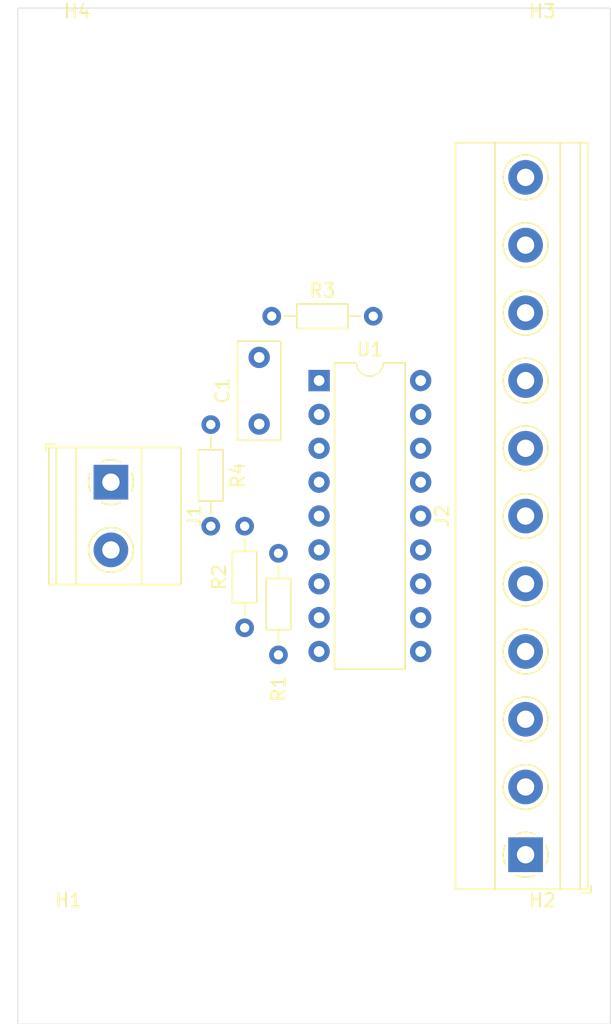
<source format=kicad_pcb>
(kicad_pcb (version 20171130) (host pcbnew "(5.1.9)-1")

  (general
    (thickness 1.6)
    (drawings 5)
    (tracks 0)
    (zones 0)
    (modules 12)
    (nets 1)
  )

  (page A4)
  (layers
    (0 F.Cu signal)
    (31 B.Cu signal)
    (32 B.Adhes user)
    (33 F.Adhes user)
    (34 B.Paste user)
    (35 F.Paste user)
    (36 B.SilkS user)
    (37 F.SilkS user)
    (38 B.Mask user)
    (39 F.Mask user)
    (40 Dwgs.User user)
    (41 Cmts.User user)
    (42 Eco1.User user)
    (43 Eco2.User user)
    (44 Edge.Cuts user)
    (45 Margin user)
    (46 B.CrtYd user)
    (47 F.CrtYd user)
    (48 B.Fab user)
    (49 F.Fab user)
  )

  (setup
    (last_trace_width 0.25)
    (trace_clearance 0.2)
    (zone_clearance 0.508)
    (zone_45_only no)
    (trace_min 0.2)
    (via_size 0.8)
    (via_drill 0.4)
    (via_min_size 0.4)
    (via_min_drill 0.3)
    (uvia_size 0.3)
    (uvia_drill 0.1)
    (uvias_allowed no)
    (uvia_min_size 0.2)
    (uvia_min_drill 0.1)
    (edge_width 0.05)
    (segment_width 0.2)
    (pcb_text_width 0.3)
    (pcb_text_size 1.5 1.5)
    (mod_edge_width 0.12)
    (mod_text_size 1 1)
    (mod_text_width 0.15)
    (pad_size 1.524 1.524)
    (pad_drill 0.762)
    (pad_to_mask_clearance 0)
    (aux_axis_origin 0 0)
    (visible_elements 7FFFFFFF)
    (pcbplotparams
      (layerselection 0x010fc_ffffffff)
      (usegerberextensions false)
      (usegerberattributes true)
      (usegerberadvancedattributes true)
      (creategerberjobfile true)
      (excludeedgelayer true)
      (linewidth 0.100000)
      (plotframeref false)
      (viasonmask false)
      (mode 1)
      (useauxorigin false)
      (hpglpennumber 1)
      (hpglpenspeed 20)
      (hpglpendiameter 15.000000)
      (psnegative false)
      (psa4output false)
      (plotreference true)
      (plotvalue true)
      (plotinvisibletext false)
      (padsonsilk false)
      (subtractmaskfromsilk false)
      (outputformat 1)
      (mirror false)
      (drillshape 1)
      (scaleselection 1)
      (outputdirectory ""))
  )

  (net 0 "")

  (net_class Default "Esta é a classe de rede padrão."
    (clearance 0.2)
    (trace_width 0.25)
    (via_dia 0.8)
    (via_drill 0.4)
    (uvia_dia 0.3)
    (uvia_drill 0.1)
  )

  (module Resistor_THT:R_Axial_DIN0204_L3.6mm_D1.6mm_P7.62mm_Horizontal (layer F.Cu) (tedit 5AE5139B) (tstamp 6016BAB2)
    (at 152.908 96.012 90)
    (descr "Resistor, Axial_DIN0204 series, Axial, Horizontal, pin pitch=7.62mm, 0.167W, length*diameter=3.6*1.6mm^2, http://cdn-reichelt.de/documents/datenblatt/B400/1_4W%23YAG.pdf")
    (tags "Resistor Axial_DIN0204 series Axial Horizontal pin pitch 7.62mm 0.167W length 3.6mm diameter 1.6mm")
    (path /6016BB79)
    (fp_text reference R2 (at 3.81 -1.92 90) (layer F.SilkS)
      (effects (font (size 1 1) (thickness 0.15)))
    )
    (fp_text value R (at 3.81 1.92 90) (layer F.Fab)
      (effects (font (size 1 1) (thickness 0.15)))
    )
    (fp_line (start 8.57 -1.05) (end -0.95 -1.05) (layer F.CrtYd) (width 0.05))
    (fp_line (start 8.57 1.05) (end 8.57 -1.05) (layer F.CrtYd) (width 0.05))
    (fp_line (start -0.95 1.05) (end 8.57 1.05) (layer F.CrtYd) (width 0.05))
    (fp_line (start -0.95 -1.05) (end -0.95 1.05) (layer F.CrtYd) (width 0.05))
    (fp_line (start 6.68 0) (end 5.73 0) (layer F.SilkS) (width 0.12))
    (fp_line (start 0.94 0) (end 1.89 0) (layer F.SilkS) (width 0.12))
    (fp_line (start 5.73 -0.92) (end 1.89 -0.92) (layer F.SilkS) (width 0.12))
    (fp_line (start 5.73 0.92) (end 5.73 -0.92) (layer F.SilkS) (width 0.12))
    (fp_line (start 1.89 0.92) (end 5.73 0.92) (layer F.SilkS) (width 0.12))
    (fp_line (start 1.89 -0.92) (end 1.89 0.92) (layer F.SilkS) (width 0.12))
    (fp_line (start 7.62 0) (end 5.61 0) (layer F.Fab) (width 0.1))
    (fp_line (start 0 0) (end 2.01 0) (layer F.Fab) (width 0.1))
    (fp_line (start 5.61 -0.8) (end 2.01 -0.8) (layer F.Fab) (width 0.1))
    (fp_line (start 5.61 0.8) (end 5.61 -0.8) (layer F.Fab) (width 0.1))
    (fp_line (start 2.01 0.8) (end 5.61 0.8) (layer F.Fab) (width 0.1))
    (fp_line (start 2.01 -0.8) (end 2.01 0.8) (layer F.Fab) (width 0.1))
    (fp_text user %R (at 3.81 0 90) (layer F.Fab)
      (effects (font (size 0.72 0.72) (thickness 0.108)))
    )
    (pad 2 thru_hole oval (at 7.62 0 90) (size 1.4 1.4) (drill 0.7) (layers *.Cu *.Mask))
    (pad 1 thru_hole circle (at 0 0 90) (size 1.4 1.4) (drill 0.7) (layers *.Cu *.Mask))
    (model ${KISYS3DMOD}/Resistor_THT.3dshapes/R_Axial_DIN0204_L3.6mm_D1.6mm_P7.62mm_Horizontal.wrl
      (at (xyz 0 0 0))
      (scale (xyz 1 1 1))
      (rotate (xyz 0 0 0))
    )
  )

  (module Resistor_THT:R_Axial_DIN0204_L3.6mm_D1.6mm_P7.62mm_Horizontal (layer F.Cu) (tedit 5AE5139B) (tstamp 600EEEC0)
    (at 155.448 98.044 90)
    (descr "Resistor, Axial_DIN0204 series, Axial, Horizontal, pin pitch=7.62mm, 0.167W, length*diameter=3.6*1.6mm^2, http://cdn-reichelt.de/documents/datenblatt/B400/1_4W%23YAG.pdf")
    (tags "Resistor Axial_DIN0204 series Axial Horizontal pin pitch 7.62mm 0.167W length 3.6mm diameter 1.6mm")
    (path /600F7A1C)
    (fp_text reference R1 (at -2.54 0 90) (layer F.SilkS)
      (effects (font (size 1 1) (thickness 0.15)))
    )
    (fp_text value R (at 3.81 1.92 90) (layer F.Fab)
      (effects (font (size 1 1) (thickness 0.15)))
    )
    (fp_line (start 8.57 -1.05) (end -0.95 -1.05) (layer F.CrtYd) (width 0.05))
    (fp_line (start 8.57 1.05) (end 8.57 -1.05) (layer F.CrtYd) (width 0.05))
    (fp_line (start -0.95 1.05) (end 8.57 1.05) (layer F.CrtYd) (width 0.05))
    (fp_line (start -0.95 -1.05) (end -0.95 1.05) (layer F.CrtYd) (width 0.05))
    (fp_line (start 6.68 0) (end 5.73 0) (layer F.SilkS) (width 0.12))
    (fp_line (start 0.94 0) (end 1.89 0) (layer F.SilkS) (width 0.12))
    (fp_line (start 5.73 -0.92) (end 1.89 -0.92) (layer F.SilkS) (width 0.12))
    (fp_line (start 5.73 0.92) (end 5.73 -0.92) (layer F.SilkS) (width 0.12))
    (fp_line (start 1.89 0.92) (end 5.73 0.92) (layer F.SilkS) (width 0.12))
    (fp_line (start 1.89 -0.92) (end 1.89 0.92) (layer F.SilkS) (width 0.12))
    (fp_line (start 7.62 0) (end 5.61 0) (layer F.Fab) (width 0.1))
    (fp_line (start 0 0) (end 2.01 0) (layer F.Fab) (width 0.1))
    (fp_line (start 5.61 -0.8) (end 2.01 -0.8) (layer F.Fab) (width 0.1))
    (fp_line (start 5.61 0.8) (end 5.61 -0.8) (layer F.Fab) (width 0.1))
    (fp_line (start 2.01 0.8) (end 5.61 0.8) (layer F.Fab) (width 0.1))
    (fp_line (start 2.01 -0.8) (end 2.01 0.8) (layer F.Fab) (width 0.1))
    (fp_text user %R (at 3.81 0 90) (layer F.Fab)
      (effects (font (size 0.72 0.72) (thickness 0.108)))
    )
    (pad 1 thru_hole circle (at 0 0 90) (size 1.4 1.4) (drill 0.7) (layers *.Cu *.Mask))
    (pad 2 thru_hole oval (at 7.62 0 90) (size 1.4 1.4) (drill 0.7) (layers *.Cu *.Mask))
    (model ${KISYS3DMOD}/Resistor_THT.3dshapes/R_Axial_DIN0204_L3.6mm_D1.6mm_P7.62mm_Horizontal.wrl
      (at (xyz 0 0 0))
      (scale (xyz 1 1 1))
      (rotate (xyz 0 0 0))
    )
  )

  (module Resistor_THT:R_Axial_DIN0204_L3.6mm_D1.6mm_P7.62mm_Horizontal (layer F.Cu) (tedit 5AE5139B) (tstamp 600EEEEE)
    (at 154.94 72.644)
    (descr "Resistor, Axial_DIN0204 series, Axial, Horizontal, pin pitch=7.62mm, 0.167W, length*diameter=3.6*1.6mm^2, http://cdn-reichelt.de/documents/datenblatt/B400/1_4W%23YAG.pdf")
    (tags "Resistor Axial_DIN0204 series Axial Horizontal pin pitch 7.62mm 0.167W length 3.6mm diameter 1.6mm")
    (path /600ECFD3)
    (fp_text reference R3 (at 3.81 -1.92) (layer F.SilkS)
      (effects (font (size 1 1) (thickness 0.15)))
    )
    (fp_text value R (at 3.81 1.92) (layer F.Fab)
      (effects (font (size 1 1) (thickness 0.15)))
    )
    (fp_line (start 8.57 -1.05) (end -0.95 -1.05) (layer F.CrtYd) (width 0.05))
    (fp_line (start 8.57 1.05) (end 8.57 -1.05) (layer F.CrtYd) (width 0.05))
    (fp_line (start -0.95 1.05) (end 8.57 1.05) (layer F.CrtYd) (width 0.05))
    (fp_line (start -0.95 -1.05) (end -0.95 1.05) (layer F.CrtYd) (width 0.05))
    (fp_line (start 6.68 0) (end 5.73 0) (layer F.SilkS) (width 0.12))
    (fp_line (start 0.94 0) (end 1.89 0) (layer F.SilkS) (width 0.12))
    (fp_line (start 5.73 -0.92) (end 1.89 -0.92) (layer F.SilkS) (width 0.12))
    (fp_line (start 5.73 0.92) (end 5.73 -0.92) (layer F.SilkS) (width 0.12))
    (fp_line (start 1.89 0.92) (end 5.73 0.92) (layer F.SilkS) (width 0.12))
    (fp_line (start 1.89 -0.92) (end 1.89 0.92) (layer F.SilkS) (width 0.12))
    (fp_line (start 7.62 0) (end 5.61 0) (layer F.Fab) (width 0.1))
    (fp_line (start 0 0) (end 2.01 0) (layer F.Fab) (width 0.1))
    (fp_line (start 5.61 -0.8) (end 2.01 -0.8) (layer F.Fab) (width 0.1))
    (fp_line (start 5.61 0.8) (end 5.61 -0.8) (layer F.Fab) (width 0.1))
    (fp_line (start 2.01 0.8) (end 5.61 0.8) (layer F.Fab) (width 0.1))
    (fp_line (start 2.01 -0.8) (end 2.01 0.8) (layer F.Fab) (width 0.1))
    (fp_text user %R (at 3.81 0) (layer F.Fab)
      (effects (font (size 0.72 0.72) (thickness 0.108)))
    )
    (pad 1 thru_hole circle (at 0 0) (size 1.4 1.4) (drill 0.7) (layers *.Cu *.Mask))
    (pad 2 thru_hole oval (at 7.62 0) (size 1.4 1.4) (drill 0.7) (layers *.Cu *.Mask))
    (model ${KISYS3DMOD}/Resistor_THT.3dshapes/R_Axial_DIN0204_L3.6mm_D1.6mm_P7.62mm_Horizontal.wrl
      (at (xyz 0 0 0))
      (scale (xyz 1 1 1))
      (rotate (xyz 0 0 0))
    )
  )

  (module Resistor_THT:R_Axial_DIN0204_L3.6mm_D1.6mm_P7.62mm_Horizontal (layer F.Cu) (tedit 5AE5139B) (tstamp 600EEF05)
    (at 150.368 88.392 90)
    (descr "Resistor, Axial_DIN0204 series, Axial, Horizontal, pin pitch=7.62mm, 0.167W, length*diameter=3.6*1.6mm^2, http://cdn-reichelt.de/documents/datenblatt/B400/1_4W%23YAG.pdf")
    (tags "Resistor Axial_DIN0204 series Axial Horizontal pin pitch 7.62mm 0.167W length 3.6mm diameter 1.6mm")
    (path /600F6D54)
    (fp_text reference R4 (at 3.81 2.032 90) (layer F.SilkS)
      (effects (font (size 1 1) (thickness 0.15)))
    )
    (fp_text value R (at 3.81 1.92 90) (layer F.Fab)
      (effects (font (size 1 1) (thickness 0.15)))
    )
    (fp_line (start 2.01 -0.8) (end 2.01 0.8) (layer F.Fab) (width 0.1))
    (fp_line (start 2.01 0.8) (end 5.61 0.8) (layer F.Fab) (width 0.1))
    (fp_line (start 5.61 0.8) (end 5.61 -0.8) (layer F.Fab) (width 0.1))
    (fp_line (start 5.61 -0.8) (end 2.01 -0.8) (layer F.Fab) (width 0.1))
    (fp_line (start 0 0) (end 2.01 0) (layer F.Fab) (width 0.1))
    (fp_line (start 7.62 0) (end 5.61 0) (layer F.Fab) (width 0.1))
    (fp_line (start 1.89 -0.92) (end 1.89 0.92) (layer F.SilkS) (width 0.12))
    (fp_line (start 1.89 0.92) (end 5.73 0.92) (layer F.SilkS) (width 0.12))
    (fp_line (start 5.73 0.92) (end 5.73 -0.92) (layer F.SilkS) (width 0.12))
    (fp_line (start 5.73 -0.92) (end 1.89 -0.92) (layer F.SilkS) (width 0.12))
    (fp_line (start 0.94 0) (end 1.89 0) (layer F.SilkS) (width 0.12))
    (fp_line (start 6.68 0) (end 5.73 0) (layer F.SilkS) (width 0.12))
    (fp_line (start -0.95 -1.05) (end -0.95 1.05) (layer F.CrtYd) (width 0.05))
    (fp_line (start -0.95 1.05) (end 8.57 1.05) (layer F.CrtYd) (width 0.05))
    (fp_line (start 8.57 1.05) (end 8.57 -1.05) (layer F.CrtYd) (width 0.05))
    (fp_line (start 8.57 -1.05) (end -0.95 -1.05) (layer F.CrtYd) (width 0.05))
    (fp_text user %R (at 5.08 -1.27 90) (layer F.Fab)
      (effects (font (size 0.72 0.72) (thickness 0.108)))
    )
    (pad 2 thru_hole oval (at 7.62 0 90) (size 1.4 1.4) (drill 0.7) (layers *.Cu *.Mask))
    (pad 1 thru_hole circle (at 0 0 90) (size 1.4 1.4) (drill 0.7) (layers *.Cu *.Mask))
    (model ${KISYS3DMOD}/Resistor_THT.3dshapes/R_Axial_DIN0204_L3.6mm_D1.6mm_P7.62mm_Horizontal.wrl
      (at (xyz 0 0 0))
      (scale (xyz 1 1 1))
      (rotate (xyz 0 0 0))
    )
  )

  (module Package_DIP:DIP-18_W7.62mm (layer F.Cu) (tedit 5A02E8C5) (tstamp 600EEF2B)
    (at 158.496 77.47)
    (descr "18-lead though-hole mounted DIP package, row spacing 7.62 mm (300 mils)")
    (tags "THT DIP DIL PDIP 2.54mm 7.62mm 300mil")
    (path /60103E30)
    (fp_text reference U1 (at 3.81 -2.33) (layer F.SilkS)
      (effects (font (size 1 1) (thickness 0.15)))
    )
    (fp_text value LM3914V (at 3.81 22.65) (layer F.Fab)
      (effects (font (size 1 1) (thickness 0.15)))
    )
    (fp_line (start 8.7 -1.55) (end -1.1 -1.55) (layer F.CrtYd) (width 0.05))
    (fp_line (start 8.7 21.85) (end 8.7 -1.55) (layer F.CrtYd) (width 0.05))
    (fp_line (start -1.1 21.85) (end 8.7 21.85) (layer F.CrtYd) (width 0.05))
    (fp_line (start -1.1 -1.55) (end -1.1 21.85) (layer F.CrtYd) (width 0.05))
    (fp_line (start 6.46 -1.33) (end 4.81 -1.33) (layer F.SilkS) (width 0.12))
    (fp_line (start 6.46 21.65) (end 6.46 -1.33) (layer F.SilkS) (width 0.12))
    (fp_line (start 1.16 21.65) (end 6.46 21.65) (layer F.SilkS) (width 0.12))
    (fp_line (start 1.16 -1.33) (end 1.16 21.65) (layer F.SilkS) (width 0.12))
    (fp_line (start 2.81 -1.33) (end 1.16 -1.33) (layer F.SilkS) (width 0.12))
    (fp_line (start 0.635 -0.27) (end 1.635 -1.27) (layer F.Fab) (width 0.1))
    (fp_line (start 0.635 21.59) (end 0.635 -0.27) (layer F.Fab) (width 0.1))
    (fp_line (start 6.985 21.59) (end 0.635 21.59) (layer F.Fab) (width 0.1))
    (fp_line (start 6.985 -1.27) (end 6.985 21.59) (layer F.Fab) (width 0.1))
    (fp_line (start 1.635 -1.27) (end 6.985 -1.27) (layer F.Fab) (width 0.1))
    (fp_arc (start 3.81 -1.33) (end 2.81 -1.33) (angle -180) (layer F.SilkS) (width 0.12))
    (fp_text user %R (at 3.81 10.16) (layer F.Fab)
      (effects (font (size 1 1) (thickness 0.15)))
    )
    (pad 1 thru_hole rect (at 0 0) (size 1.6 1.6) (drill 0.8) (layers *.Cu *.Mask))
    (pad 10 thru_hole oval (at 7.62 20.32) (size 1.6 1.6) (drill 0.8) (layers *.Cu *.Mask))
    (pad 2 thru_hole oval (at 0 2.54) (size 1.6 1.6) (drill 0.8) (layers *.Cu *.Mask))
    (pad 11 thru_hole oval (at 7.62 17.78) (size 1.6 1.6) (drill 0.8) (layers *.Cu *.Mask))
    (pad 3 thru_hole oval (at 0 5.08) (size 1.6 1.6) (drill 0.8) (layers *.Cu *.Mask))
    (pad 12 thru_hole oval (at 7.62 15.24) (size 1.6 1.6) (drill 0.8) (layers *.Cu *.Mask))
    (pad 4 thru_hole oval (at 0 7.62) (size 1.6 1.6) (drill 0.8) (layers *.Cu *.Mask))
    (pad 13 thru_hole oval (at 7.62 12.7) (size 1.6 1.6) (drill 0.8) (layers *.Cu *.Mask))
    (pad 5 thru_hole oval (at 0 10.16) (size 1.6 1.6) (drill 0.8) (layers *.Cu *.Mask))
    (pad 14 thru_hole oval (at 7.62 10.16) (size 1.6 1.6) (drill 0.8) (layers *.Cu *.Mask))
    (pad 6 thru_hole oval (at 0 12.7) (size 1.6 1.6) (drill 0.8) (layers *.Cu *.Mask))
    (pad 15 thru_hole oval (at 7.62 7.62) (size 1.6 1.6) (drill 0.8) (layers *.Cu *.Mask))
    (pad 7 thru_hole oval (at 0 15.24) (size 1.6 1.6) (drill 0.8) (layers *.Cu *.Mask))
    (pad 16 thru_hole oval (at 7.62 5.08) (size 1.6 1.6) (drill 0.8) (layers *.Cu *.Mask))
    (pad 8 thru_hole oval (at 0 17.78) (size 1.6 1.6) (drill 0.8) (layers *.Cu *.Mask))
    (pad 17 thru_hole oval (at 7.62 2.54) (size 1.6 1.6) (drill 0.8) (layers *.Cu *.Mask))
    (pad 9 thru_hole oval (at 0 20.32) (size 1.6 1.6) (drill 0.8) (layers *.Cu *.Mask))
    (pad 18 thru_hole oval (at 7.62 0) (size 1.6 1.6) (drill 0.8) (layers *.Cu *.Mask))
    (model ${KISYS3DMOD}/Package_DIP.3dshapes/DIP-18_W7.62mm.wrl
      (at (xyz 0 0 0))
      (scale (xyz 1 1 1))
      (rotate (xyz 0 0 0))
    )
  )

  (module MountingHole:MountingHole_3.2mm_M3 (layer F.Cu) (tedit 56D1B4CB) (tstamp 601857D0)
    (at 139.7 120.65)
    (descr "Mounting Hole 3.2mm, no annular, M3")
    (tags "mounting hole 3.2mm no annular m3")
    (path /601855C1)
    (attr virtual)
    (fp_text reference H1 (at 0 -4.2) (layer F.SilkS)
      (effects (font (size 1 1) (thickness 0.15)))
    )
    (fp_text value MountingHole (at 0 4.2) (layer F.Fab)
      (effects (font (size 1 1) (thickness 0.15)))
    )
    (fp_circle (center 0 0) (end 3.2 0) (layer Cmts.User) (width 0.15))
    (fp_circle (center 0 0) (end 3.45 0) (layer F.CrtYd) (width 0.05))
    (fp_text user %R (at 0.3 0) (layer F.Fab)
      (effects (font (size 1 1) (thickness 0.15)))
    )
    (pad 1 np_thru_hole circle (at 0 0) (size 3.2 3.2) (drill 3.2) (layers *.Cu *.Mask))
  )

  (module MountingHole:MountingHole_3.2mm_M3 (layer F.Cu) (tedit 56D1B4CB) (tstamp 601857D8)
    (at 175.26 120.65)
    (descr "Mounting Hole 3.2mm, no annular, M3")
    (tags "mounting hole 3.2mm no annular m3")
    (path /601868D5)
    (attr virtual)
    (fp_text reference H2 (at 0 -4.2) (layer F.SilkS)
      (effects (font (size 1 1) (thickness 0.15)))
    )
    (fp_text value MountingHole (at 0 4.2) (layer F.Fab)
      (effects (font (size 1 1) (thickness 0.15)))
    )
    (fp_circle (center 0 0) (end 3.45 0) (layer F.CrtYd) (width 0.05))
    (fp_circle (center 0 0) (end 3.2 0) (layer Cmts.User) (width 0.15))
    (fp_text user %R (at 0.3 0) (layer F.Fab)
      (effects (font (size 1 1) (thickness 0.15)))
    )
    (pad 1 np_thru_hole circle (at 0 0) (size 3.2 3.2) (drill 3.2) (layers *.Cu *.Mask))
  )

  (module MountingHole:MountingHole_3.2mm_M3 (layer F.Cu) (tedit 56D1B4CB) (tstamp 601857E0)
    (at 175.26 53.975)
    (descr "Mounting Hole 3.2mm, no annular, M3")
    (tags "mounting hole 3.2mm no annular m3")
    (path /60186AD5)
    (attr virtual)
    (fp_text reference H3 (at 0 -4.2) (layer F.SilkS)
      (effects (font (size 1 1) (thickness 0.15)))
    )
    (fp_text value MountingHole (at 0 4.2) (layer F.Fab)
      (effects (font (size 1 1) (thickness 0.15)))
    )
    (fp_circle (center 0 0) (end 3.2 0) (layer Cmts.User) (width 0.15))
    (fp_circle (center 0 0) (end 3.45 0) (layer F.CrtYd) (width 0.05))
    (fp_text user %R (at 0.3 0) (layer F.Fab)
      (effects (font (size 1 1) (thickness 0.15)))
    )
    (pad 1 np_thru_hole circle (at 0 0) (size 3.2 3.2) (drill 3.2) (layers *.Cu *.Mask))
  )

  (module MountingHole:MountingHole_3.2mm_M3 (layer F.Cu) (tedit 56D1B4CB) (tstamp 601857E8)
    (at 140.335 53.975)
    (descr "Mounting Hole 3.2mm, no annular, M3")
    (tags "mounting hole 3.2mm no annular m3")
    (path /60186D0A)
    (attr virtual)
    (fp_text reference H4 (at 0 -4.2) (layer F.SilkS)
      (effects (font (size 1 1) (thickness 0.15)))
    )
    (fp_text value MountingHole (at 0 4.2) (layer F.Fab)
      (effects (font (size 1 1) (thickness 0.15)))
    )
    (fp_circle (center 0 0) (end 3.45 0) (layer F.CrtYd) (width 0.05))
    (fp_circle (center 0 0) (end 3.2 0) (layer Cmts.User) (width 0.15))
    (fp_text user %R (at 0.3 0) (layer F.Fab)
      (effects (font (size 1 1) (thickness 0.15)))
    )
    (pad 1 np_thru_hole circle (at 0 0) (size 3.2 3.2) (drill 3.2) (layers *.Cu *.Mask))
  )

  (module TerminalBlock_Phoenix:TerminalBlock_Phoenix_MKDS-1,5-2-5.08_1x02_P5.08mm_Horizontal (layer F.Cu) (tedit 5B294EBC) (tstamp 60185814)
    (at 142.875 85.09 270)
    (descr "Terminal Block Phoenix MKDS-1,5-2-5.08, 2 pins, pitch 5.08mm, size 10.2x9.8mm^2, drill diamater 1.3mm, pad diameter 2.6mm, see http://www.farnell.com/datasheets/100425.pdf, script-generated using https://github.com/pointhi/kicad-footprint-generator/scripts/TerminalBlock_Phoenix")
    (tags "THT Terminal Block Phoenix MKDS-1,5-2-5.08 pitch 5.08mm size 10.2x9.8mm^2 drill 1.3mm pad 2.6mm")
    (path /601870B1)
    (fp_text reference J1 (at 2.54 -6.26 90) (layer F.SilkS)
      (effects (font (size 1 1) (thickness 0.15)))
    )
    (fp_text value Screw_Terminal_01x02 (at 2.54 5.66 90) (layer F.Fab)
      (effects (font (size 1 1) (thickness 0.15)))
    )
    (fp_circle (center 0 0) (end 1.5 0) (layer F.Fab) (width 0.1))
    (fp_circle (center 5.08 0) (end 6.58 0) (layer F.Fab) (width 0.1))
    (fp_circle (center 5.08 0) (end 6.76 0) (layer F.SilkS) (width 0.12))
    (fp_line (start -2.54 -5.2) (end 7.62 -5.2) (layer F.Fab) (width 0.1))
    (fp_line (start 7.62 -5.2) (end 7.62 4.6) (layer F.Fab) (width 0.1))
    (fp_line (start 7.62 4.6) (end -2.04 4.6) (layer F.Fab) (width 0.1))
    (fp_line (start -2.04 4.6) (end -2.54 4.1) (layer F.Fab) (width 0.1))
    (fp_line (start -2.54 4.1) (end -2.54 -5.2) (layer F.Fab) (width 0.1))
    (fp_line (start -2.54 4.1) (end 7.62 4.1) (layer F.Fab) (width 0.1))
    (fp_line (start -2.6 4.1) (end 7.68 4.1) (layer F.SilkS) (width 0.12))
    (fp_line (start -2.54 2.6) (end 7.62 2.6) (layer F.Fab) (width 0.1))
    (fp_line (start -2.6 2.6) (end 7.68 2.6) (layer F.SilkS) (width 0.12))
    (fp_line (start -2.54 -2.3) (end 7.62 -2.3) (layer F.Fab) (width 0.1))
    (fp_line (start -2.6 -2.301) (end 7.68 -2.301) (layer F.SilkS) (width 0.12))
    (fp_line (start -2.6 -5.261) (end 7.68 -5.261) (layer F.SilkS) (width 0.12))
    (fp_line (start -2.6 4.66) (end 7.68 4.66) (layer F.SilkS) (width 0.12))
    (fp_line (start -2.6 -5.261) (end -2.6 4.66) (layer F.SilkS) (width 0.12))
    (fp_line (start 7.68 -5.261) (end 7.68 4.66) (layer F.SilkS) (width 0.12))
    (fp_line (start 1.138 -0.955) (end -0.955 1.138) (layer F.Fab) (width 0.1))
    (fp_line (start 0.955 -1.138) (end -1.138 0.955) (layer F.Fab) (width 0.1))
    (fp_line (start 6.218 -0.955) (end 4.126 1.138) (layer F.Fab) (width 0.1))
    (fp_line (start 6.035 -1.138) (end 3.943 0.955) (layer F.Fab) (width 0.1))
    (fp_line (start 6.355 -1.069) (end 6.308 -1.023) (layer F.SilkS) (width 0.12))
    (fp_line (start 4.046 1.239) (end 4.011 1.274) (layer F.SilkS) (width 0.12))
    (fp_line (start 6.15 -1.275) (end 6.115 -1.239) (layer F.SilkS) (width 0.12))
    (fp_line (start 3.853 1.023) (end 3.806 1.069) (layer F.SilkS) (width 0.12))
    (fp_line (start -2.84 4.16) (end -2.84 4.9) (layer F.SilkS) (width 0.12))
    (fp_line (start -2.84 4.9) (end -2.34 4.9) (layer F.SilkS) (width 0.12))
    (fp_line (start -3.04 -5.71) (end -3.04 5.1) (layer F.CrtYd) (width 0.05))
    (fp_line (start -3.04 5.1) (end 8.13 5.1) (layer F.CrtYd) (width 0.05))
    (fp_line (start 8.13 5.1) (end 8.13 -5.71) (layer F.CrtYd) (width 0.05))
    (fp_line (start 8.13 -5.71) (end -3.04 -5.71) (layer F.CrtYd) (width 0.05))
    (fp_arc (start 0 0) (end 0 1.68) (angle -24) (layer F.SilkS) (width 0.12))
    (fp_arc (start 0 0) (end 1.535 0.684) (angle -48) (layer F.SilkS) (width 0.12))
    (fp_arc (start 0 0) (end 0.684 -1.535) (angle -48) (layer F.SilkS) (width 0.12))
    (fp_arc (start 0 0) (end -1.535 -0.684) (angle -48) (layer F.SilkS) (width 0.12))
    (fp_arc (start 0 0) (end -0.684 1.535) (angle -25) (layer F.SilkS) (width 0.12))
    (fp_text user %R (at 2.54 3.2 90) (layer F.Fab)
      (effects (font (size 1 1) (thickness 0.15)))
    )
    (pad 1 thru_hole rect (at 0 0 270) (size 2.6 2.6) (drill 1.3) (layers *.Cu *.Mask))
    (pad 2 thru_hole circle (at 5.08 0 270) (size 2.6 2.6) (drill 1.3) (layers *.Cu *.Mask))
    (model ${KISYS3DMOD}/TerminalBlock_Phoenix.3dshapes/TerminalBlock_Phoenix_MKDS-1,5-2-5.08_1x02_P5.08mm_Horizontal.wrl
      (at (xyz 0 0 0))
      (scale (xyz 1 1 1))
      (rotate (xyz 0 0 0))
    )
  )

  (module TerminalBlock_Phoenix:TerminalBlock_Phoenix_MKDS-1,5-11-5.08_1x11_P5.08mm_Horizontal (layer F.Cu) (tedit 5B294EC8) (tstamp 60185891)
    (at 173.99 113.03 90)
    (descr "Terminal Block Phoenix MKDS-1,5-11-5.08, 11 pins, pitch 5.08mm, size 55.9x9.8mm^2, drill diamater 1.3mm, pad diameter 2.6mm, see http://www.farnell.com/datasheets/100425.pdf, script-generated using https://github.com/pointhi/kicad-footprint-generator/scripts/TerminalBlock_Phoenix")
    (tags "THT Terminal Block Phoenix MKDS-1,5-11-5.08 pitch 5.08mm size 55.9x9.8mm^2 drill 1.3mm pad 2.6mm")
    (path /60188688)
    (fp_text reference J2 (at 25.4 -6.26 90) (layer F.SilkS)
      (effects (font (size 1 1) (thickness 0.15)))
    )
    (fp_text value Screw_Terminal_01x11 (at 25.4 5.66 90) (layer F.Fab)
      (effects (font (size 1 1) (thickness 0.15)))
    )
    (fp_circle (center 0 0) (end 1.5 0) (layer F.Fab) (width 0.1))
    (fp_circle (center 5.08 0) (end 6.58 0) (layer F.Fab) (width 0.1))
    (fp_circle (center 5.08 0) (end 6.76 0) (layer F.SilkS) (width 0.12))
    (fp_circle (center 10.16 0) (end 11.66 0) (layer F.Fab) (width 0.1))
    (fp_circle (center 10.16 0) (end 11.84 0) (layer F.SilkS) (width 0.12))
    (fp_circle (center 15.24 0) (end 16.74 0) (layer F.Fab) (width 0.1))
    (fp_circle (center 15.24 0) (end 16.92 0) (layer F.SilkS) (width 0.12))
    (fp_circle (center 20.32 0) (end 21.82 0) (layer F.Fab) (width 0.1))
    (fp_circle (center 20.32 0) (end 22 0) (layer F.SilkS) (width 0.12))
    (fp_circle (center 25.4 0) (end 26.9 0) (layer F.Fab) (width 0.1))
    (fp_circle (center 25.4 0) (end 27.08 0) (layer F.SilkS) (width 0.12))
    (fp_circle (center 30.48 0) (end 31.98 0) (layer F.Fab) (width 0.1))
    (fp_circle (center 30.48 0) (end 32.16 0) (layer F.SilkS) (width 0.12))
    (fp_circle (center 35.56 0) (end 37.06 0) (layer F.Fab) (width 0.1))
    (fp_circle (center 35.56 0) (end 37.24 0) (layer F.SilkS) (width 0.12))
    (fp_circle (center 40.64 0) (end 42.14 0) (layer F.Fab) (width 0.1))
    (fp_circle (center 40.64 0) (end 42.32 0) (layer F.SilkS) (width 0.12))
    (fp_circle (center 45.72 0) (end 47.22 0) (layer F.Fab) (width 0.1))
    (fp_circle (center 45.72 0) (end 47.4 0) (layer F.SilkS) (width 0.12))
    (fp_circle (center 50.8 0) (end 52.3 0) (layer F.Fab) (width 0.1))
    (fp_circle (center 50.8 0) (end 52.48 0) (layer F.SilkS) (width 0.12))
    (fp_line (start -2.54 -5.2) (end 53.34 -5.2) (layer F.Fab) (width 0.1))
    (fp_line (start 53.34 -5.2) (end 53.34 4.6) (layer F.Fab) (width 0.1))
    (fp_line (start 53.34 4.6) (end -2.04 4.6) (layer F.Fab) (width 0.1))
    (fp_line (start -2.04 4.6) (end -2.54 4.1) (layer F.Fab) (width 0.1))
    (fp_line (start -2.54 4.1) (end -2.54 -5.2) (layer F.Fab) (width 0.1))
    (fp_line (start -2.54 4.1) (end 53.34 4.1) (layer F.Fab) (width 0.1))
    (fp_line (start -2.6 4.1) (end 53.4 4.1) (layer F.SilkS) (width 0.12))
    (fp_line (start -2.54 2.6) (end 53.34 2.6) (layer F.Fab) (width 0.1))
    (fp_line (start -2.6 2.6) (end 53.4 2.6) (layer F.SilkS) (width 0.12))
    (fp_line (start -2.54 -2.3) (end 53.34 -2.3) (layer F.Fab) (width 0.1))
    (fp_line (start -2.6 -2.301) (end 53.4 -2.301) (layer F.SilkS) (width 0.12))
    (fp_line (start -2.6 -5.261) (end 53.4 -5.261) (layer F.SilkS) (width 0.12))
    (fp_line (start -2.6 4.66) (end 53.4 4.66) (layer F.SilkS) (width 0.12))
    (fp_line (start -2.6 -5.261) (end -2.6 4.66) (layer F.SilkS) (width 0.12))
    (fp_line (start 53.4 -5.261) (end 53.4 4.66) (layer F.SilkS) (width 0.12))
    (fp_line (start 1.138 -0.955) (end -0.955 1.138) (layer F.Fab) (width 0.1))
    (fp_line (start 0.955 -1.138) (end -1.138 0.955) (layer F.Fab) (width 0.1))
    (fp_line (start 6.218 -0.955) (end 4.126 1.138) (layer F.Fab) (width 0.1))
    (fp_line (start 6.035 -1.138) (end 3.943 0.955) (layer F.Fab) (width 0.1))
    (fp_line (start 6.355 -1.069) (end 6.308 -1.023) (layer F.SilkS) (width 0.12))
    (fp_line (start 4.046 1.239) (end 4.011 1.274) (layer F.SilkS) (width 0.12))
    (fp_line (start 6.15 -1.275) (end 6.115 -1.239) (layer F.SilkS) (width 0.12))
    (fp_line (start 3.853 1.023) (end 3.806 1.069) (layer F.SilkS) (width 0.12))
    (fp_line (start 11.298 -0.955) (end 9.206 1.138) (layer F.Fab) (width 0.1))
    (fp_line (start 11.115 -1.138) (end 9.023 0.955) (layer F.Fab) (width 0.1))
    (fp_line (start 11.435 -1.069) (end 11.388 -1.023) (layer F.SilkS) (width 0.12))
    (fp_line (start 9.126 1.239) (end 9.091 1.274) (layer F.SilkS) (width 0.12))
    (fp_line (start 11.23 -1.275) (end 11.195 -1.239) (layer F.SilkS) (width 0.12))
    (fp_line (start 8.933 1.023) (end 8.886 1.069) (layer F.SilkS) (width 0.12))
    (fp_line (start 16.378 -0.955) (end 14.286 1.138) (layer F.Fab) (width 0.1))
    (fp_line (start 16.195 -1.138) (end 14.103 0.955) (layer F.Fab) (width 0.1))
    (fp_line (start 16.515 -1.069) (end 16.468 -1.023) (layer F.SilkS) (width 0.12))
    (fp_line (start 14.206 1.239) (end 14.171 1.274) (layer F.SilkS) (width 0.12))
    (fp_line (start 16.31 -1.275) (end 16.275 -1.239) (layer F.SilkS) (width 0.12))
    (fp_line (start 14.013 1.023) (end 13.966 1.069) (layer F.SilkS) (width 0.12))
    (fp_line (start 21.458 -0.955) (end 19.366 1.138) (layer F.Fab) (width 0.1))
    (fp_line (start 21.275 -1.138) (end 19.183 0.955) (layer F.Fab) (width 0.1))
    (fp_line (start 21.595 -1.069) (end 21.548 -1.023) (layer F.SilkS) (width 0.12))
    (fp_line (start 19.286 1.239) (end 19.251 1.274) (layer F.SilkS) (width 0.12))
    (fp_line (start 21.39 -1.275) (end 21.355 -1.239) (layer F.SilkS) (width 0.12))
    (fp_line (start 19.093 1.023) (end 19.046 1.069) (layer F.SilkS) (width 0.12))
    (fp_line (start 26.538 -0.955) (end 24.446 1.138) (layer F.Fab) (width 0.1))
    (fp_line (start 26.355 -1.138) (end 24.263 0.955) (layer F.Fab) (width 0.1))
    (fp_line (start 26.675 -1.069) (end 26.628 -1.023) (layer F.SilkS) (width 0.12))
    (fp_line (start 24.366 1.239) (end 24.331 1.274) (layer F.SilkS) (width 0.12))
    (fp_line (start 26.47 -1.275) (end 26.435 -1.239) (layer F.SilkS) (width 0.12))
    (fp_line (start 24.173 1.023) (end 24.126 1.069) (layer F.SilkS) (width 0.12))
    (fp_line (start 31.618 -0.955) (end 29.526 1.138) (layer F.Fab) (width 0.1))
    (fp_line (start 31.435 -1.138) (end 29.343 0.955) (layer F.Fab) (width 0.1))
    (fp_line (start 31.755 -1.069) (end 31.708 -1.023) (layer F.SilkS) (width 0.12))
    (fp_line (start 29.446 1.239) (end 29.411 1.274) (layer F.SilkS) (width 0.12))
    (fp_line (start 31.55 -1.275) (end 31.515 -1.239) (layer F.SilkS) (width 0.12))
    (fp_line (start 29.253 1.023) (end 29.206 1.069) (layer F.SilkS) (width 0.12))
    (fp_line (start 36.698 -0.955) (end 34.606 1.138) (layer F.Fab) (width 0.1))
    (fp_line (start 36.515 -1.138) (end 34.423 0.955) (layer F.Fab) (width 0.1))
    (fp_line (start 36.835 -1.069) (end 36.788 -1.023) (layer F.SilkS) (width 0.12))
    (fp_line (start 34.526 1.239) (end 34.491 1.274) (layer F.SilkS) (width 0.12))
    (fp_line (start 36.63 -1.275) (end 36.595 -1.239) (layer F.SilkS) (width 0.12))
    (fp_line (start 34.333 1.023) (end 34.286 1.069) (layer F.SilkS) (width 0.12))
    (fp_line (start 41.778 -0.955) (end 39.686 1.138) (layer F.Fab) (width 0.1))
    (fp_line (start 41.595 -1.138) (end 39.503 0.955) (layer F.Fab) (width 0.1))
    (fp_line (start 41.915 -1.069) (end 41.868 -1.023) (layer F.SilkS) (width 0.12))
    (fp_line (start 39.606 1.239) (end 39.571 1.274) (layer F.SilkS) (width 0.12))
    (fp_line (start 41.71 -1.275) (end 41.675 -1.239) (layer F.SilkS) (width 0.12))
    (fp_line (start 39.413 1.023) (end 39.366 1.069) (layer F.SilkS) (width 0.12))
    (fp_line (start 46.858 -0.955) (end 44.766 1.138) (layer F.Fab) (width 0.1))
    (fp_line (start 46.675 -1.138) (end 44.583 0.955) (layer F.Fab) (width 0.1))
    (fp_line (start 46.995 -1.069) (end 46.948 -1.023) (layer F.SilkS) (width 0.12))
    (fp_line (start 44.686 1.239) (end 44.651 1.274) (layer F.SilkS) (width 0.12))
    (fp_line (start 46.79 -1.275) (end 46.755 -1.239) (layer F.SilkS) (width 0.12))
    (fp_line (start 44.493 1.023) (end 44.446 1.069) (layer F.SilkS) (width 0.12))
    (fp_line (start 51.938 -0.955) (end 49.846 1.138) (layer F.Fab) (width 0.1))
    (fp_line (start 51.755 -1.138) (end 49.663 0.955) (layer F.Fab) (width 0.1))
    (fp_line (start 52.075 -1.069) (end 52.028 -1.023) (layer F.SilkS) (width 0.12))
    (fp_line (start 49.766 1.239) (end 49.731 1.274) (layer F.SilkS) (width 0.12))
    (fp_line (start 51.87 -1.275) (end 51.835 -1.239) (layer F.SilkS) (width 0.12))
    (fp_line (start 49.573 1.023) (end 49.526 1.069) (layer F.SilkS) (width 0.12))
    (fp_line (start -2.84 4.16) (end -2.84 4.9) (layer F.SilkS) (width 0.12))
    (fp_line (start -2.84 4.9) (end -2.34 4.9) (layer F.SilkS) (width 0.12))
    (fp_line (start -3.04 -5.71) (end -3.04 5.1) (layer F.CrtYd) (width 0.05))
    (fp_line (start -3.04 5.1) (end 53.84 5.1) (layer F.CrtYd) (width 0.05))
    (fp_line (start 53.84 5.1) (end 53.84 -5.71) (layer F.CrtYd) (width 0.05))
    (fp_line (start 53.84 -5.71) (end -3.04 -5.71) (layer F.CrtYd) (width 0.05))
    (fp_arc (start 0 0) (end 0 1.68) (angle -24) (layer F.SilkS) (width 0.12))
    (fp_arc (start 0 0) (end 1.535 0.684) (angle -48) (layer F.SilkS) (width 0.12))
    (fp_arc (start 0 0) (end 0.684 -1.535) (angle -48) (layer F.SilkS) (width 0.12))
    (fp_arc (start 0 0) (end -1.535 -0.684) (angle -48) (layer F.SilkS) (width 0.12))
    (fp_arc (start 0 0) (end -0.684 1.535) (angle -25) (layer F.SilkS) (width 0.12))
    (fp_text user %R (at 25.4 3.2 90) (layer F.Fab)
      (effects (font (size 1 1) (thickness 0.15)))
    )
    (pad 1 thru_hole rect (at 0 0 90) (size 2.6 2.6) (drill 1.3) (layers *.Cu *.Mask))
    (pad 2 thru_hole circle (at 5.08 0 90) (size 2.6 2.6) (drill 1.3) (layers *.Cu *.Mask))
    (pad 3 thru_hole circle (at 10.16 0 90) (size 2.6 2.6) (drill 1.3) (layers *.Cu *.Mask))
    (pad 4 thru_hole circle (at 15.24 0 90) (size 2.6 2.6) (drill 1.3) (layers *.Cu *.Mask))
    (pad 5 thru_hole circle (at 20.32 0 90) (size 2.6 2.6) (drill 1.3) (layers *.Cu *.Mask))
    (pad 6 thru_hole circle (at 25.4 0 90) (size 2.6 2.6) (drill 1.3) (layers *.Cu *.Mask))
    (pad 7 thru_hole circle (at 30.48 0 90) (size 2.6 2.6) (drill 1.3) (layers *.Cu *.Mask))
    (pad 8 thru_hole circle (at 35.56 0 90) (size 2.6 2.6) (drill 1.3) (layers *.Cu *.Mask))
    (pad 9 thru_hole circle (at 40.64 0 90) (size 2.6 2.6) (drill 1.3) (layers *.Cu *.Mask))
    (pad 10 thru_hole circle (at 45.72 0 90) (size 2.6 2.6) (drill 1.3) (layers *.Cu *.Mask))
    (pad 11 thru_hole circle (at 50.8 0 90) (size 2.6 2.6) (drill 1.3) (layers *.Cu *.Mask))
    (model ${KISYS3DMOD}/TerminalBlock_Phoenix.3dshapes/TerminalBlock_Phoenix_MKDS-1,5-11-5.08_1x11_P5.08mm_Horizontal.wrl
      (at (xyz 0 0 0))
      (scale (xyz 1 1 1))
      (rotate (xyz 0 0 0))
    )
  )

  (module Capacitor_THT:C_Rect_L7.2mm_W3.0mm_P5.00mm_FKS2_FKP2_MKS2_MKP2 (layer F.Cu) (tedit 5AE50EF0) (tstamp 60186FD7)
    (at 154 80.732 90)
    (descr "C, Rect series, Radial, pin pitch=5.00mm, , length*width=7.2*3.0mm^2, Capacitor, http://www.wima.com/EN/WIMA_FKS_2.pdf")
    (tags "C Rect series Radial pin pitch 5.00mm  length 7.2mm width 3.0mm Capacitor")
    (path /600F241E)
    (fp_text reference C1 (at 2.5 -2.75 90) (layer F.SilkS)
      (effects (font (size 1 1) (thickness 0.15)))
    )
    (fp_text value C (at 2.5 2.75 90) (layer F.Fab)
      (effects (font (size 1 1) (thickness 0.15)))
    )
    (fp_line (start 6.35 -1.75) (end -1.35 -1.75) (layer F.CrtYd) (width 0.05))
    (fp_line (start 6.35 1.75) (end 6.35 -1.75) (layer F.CrtYd) (width 0.05))
    (fp_line (start -1.35 1.75) (end 6.35 1.75) (layer F.CrtYd) (width 0.05))
    (fp_line (start -1.35 -1.75) (end -1.35 1.75) (layer F.CrtYd) (width 0.05))
    (fp_line (start 6.22 -1.62) (end 6.22 1.62) (layer F.SilkS) (width 0.12))
    (fp_line (start -1.22 -1.62) (end -1.22 1.62) (layer F.SilkS) (width 0.12))
    (fp_line (start -1.22 1.62) (end 6.22 1.62) (layer F.SilkS) (width 0.12))
    (fp_line (start -1.22 -1.62) (end 6.22 -1.62) (layer F.SilkS) (width 0.12))
    (fp_line (start 6.1 -1.5) (end -1.1 -1.5) (layer F.Fab) (width 0.1))
    (fp_line (start 6.1 1.5) (end 6.1 -1.5) (layer F.Fab) (width 0.1))
    (fp_line (start -1.1 1.5) (end 6.1 1.5) (layer F.Fab) (width 0.1))
    (fp_line (start -1.1 -1.5) (end -1.1 1.5) (layer F.Fab) (width 0.1))
    (fp_text user %R (at 2.5 0 90) (layer F.Fab)
      (effects (font (size 1 1) (thickness 0.15)))
    )
    (pad 1 thru_hole circle (at 0 0 90) (size 1.6 1.6) (drill 0.8) (layers *.Cu *.Mask))
    (pad 2 thru_hole circle (at 5 0 90) (size 1.6 1.6) (drill 0.8) (layers *.Cu *.Mask))
    (model ${KISYS3DMOD}/Capacitor_THT.3dshapes/C_Rect_L7.2mm_W3.0mm_P5.00mm_FKS2_FKP2_MKS2_MKP2.wrl
      (at (xyz 0 0 0))
      (scale (xyz 1 1 1))
      (rotate (xyz 0 0 0))
    )
  )

  (gr_line (start 180.34 49.53) (end 179.07 49.53) (layer Edge.Cuts) (width 0.05) (tstamp 60185E15))
  (gr_line (start 180.34 125.73) (end 180.34 49.53) (layer Edge.Cuts) (width 0.05))
  (gr_line (start 135.89 125.73) (end 180.34 125.73) (layer Edge.Cuts) (width 0.05))
  (gr_line (start 135.89 49.53) (end 135.89 125.73) (layer Edge.Cuts) (width 0.05))
  (gr_line (start 179.07 49.53) (end 135.89 49.53) (layer Edge.Cuts) (width 0.05))

)

</source>
